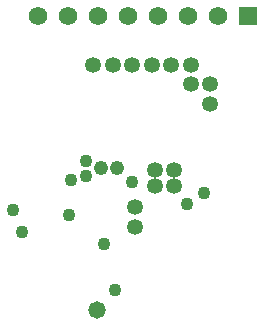
<source format=gbr>
%TF.GenerationSoftware,Altium Limited,Altium Designer,23.11.1 (41)*%
G04 Layer_Color=16711935*
%FSLAX45Y45*%
%MOMM*%
%TF.SameCoordinates,5032265D-FFA5-48D7-84AC-9FA15ADA4C2D*%
%TF.FilePolarity,Negative*%
%TF.FileFunction,Soldermask,Bot*%
%TF.Part,Single*%
G01*
G75*
%TA.AperFunction,ComponentPad*%
%ADD26C,1.57000*%
%ADD27R,1.57000X1.57000*%
%TA.AperFunction,ViaPad*%
%ADD41C,1.09220*%
%ADD42C,1.34620*%
%ADD43C,1.47320*%
%ADD44C,1.21920*%
D26*
X-88900Y1308100D02*
D03*
X-850900D02*
D03*
X-596900D02*
D03*
X-342900D02*
D03*
X165100D02*
D03*
X419100D02*
D03*
X673100D02*
D03*
D27*
X927100D02*
D03*
D41*
X-990600Y-520700D02*
D03*
X-590095Y-371050D02*
D03*
X-1066800Y-330200D02*
D03*
X-292100Y-622300D02*
D03*
X552905Y-183150D02*
D03*
X-203200Y-1011200D02*
D03*
X406400Y-279400D02*
D03*
X-56695Y-91650D02*
D03*
X-577395Y-78950D02*
D03*
X-450395Y86150D02*
D03*
Y-40850D02*
D03*
D42*
X-221795Y898950D02*
D03*
X-56695D02*
D03*
X108405D02*
D03*
X273505D02*
D03*
X-31295Y-472650D02*
D03*
X298905Y-129750D02*
D03*
X438605Y733850D02*
D03*
X603705D02*
D03*
X438605Y898950D02*
D03*
X-386895D02*
D03*
X-31295Y-307550D02*
D03*
X133805Y-129750D02*
D03*
Y9950D02*
D03*
X298905D02*
D03*
X603705Y568750D02*
D03*
D43*
X-355600Y-1181100D02*
D03*
D44*
X-183695Y22650D02*
D03*
X-323395D02*
D03*
%TF.MD5,b8c3a59932a894534d8b87879181f001*%
M02*

</source>
